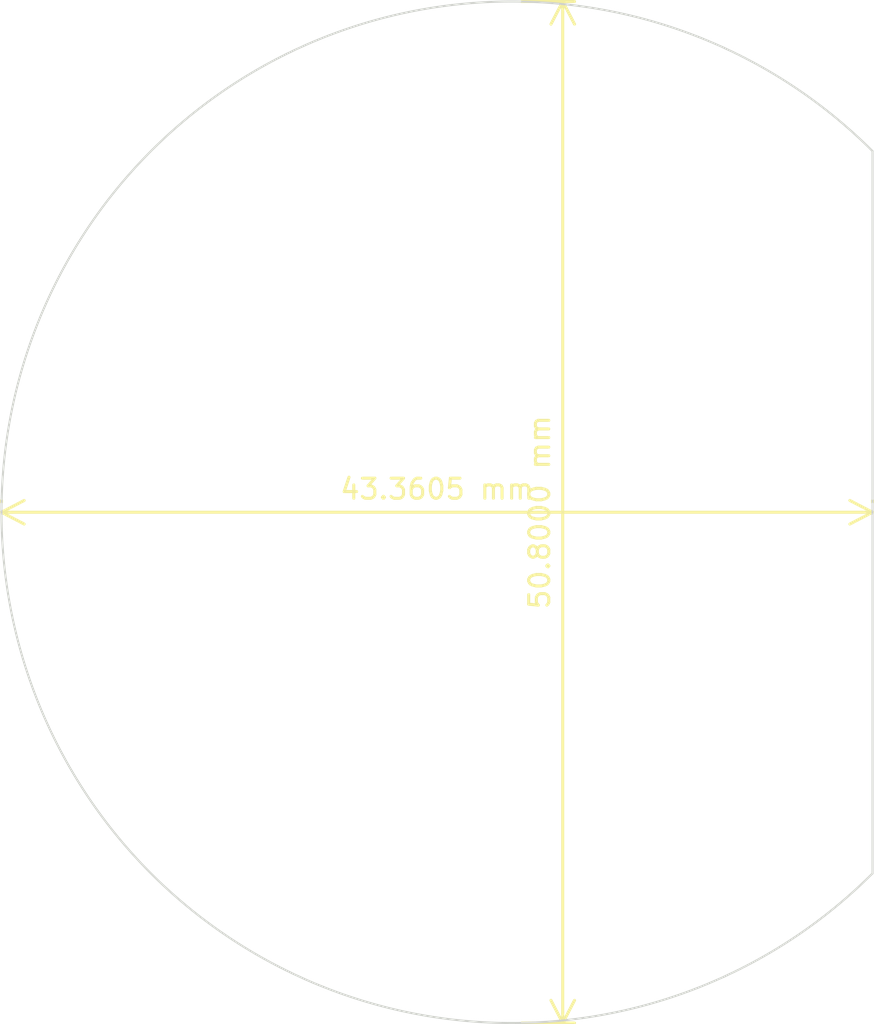
<source format=kicad_pcb>
(kicad_pcb (version 20211014) (generator pcbnew)

  (general
    (thickness 1.6)
  )

  (paper "A4")
  (layers
    (0 "F.Cu" signal)
    (31 "B.Cu" signal)
    (32 "B.Adhes" user "B.Adhesive")
    (33 "F.Adhes" user "F.Adhesive")
    (34 "B.Paste" user)
    (35 "F.Paste" user)
    (36 "B.SilkS" user "B.Silkscreen")
    (37 "F.SilkS" user "F.Silkscreen")
    (38 "B.Mask" user)
    (39 "F.Mask" user)
    (40 "Dwgs.User" user "User.Drawings")
    (41 "Cmts.User" user "User.Comments")
    (42 "Eco1.User" user "User.Eco1")
    (43 "Eco2.User" user "User.Eco2")
    (44 "Edge.Cuts" user)
    (45 "Margin" user)
    (46 "B.CrtYd" user "B.Courtyard")
    (47 "F.CrtYd" user "F.Courtyard")
    (48 "B.Fab" user)
    (49 "F.Fab" user)
    (50 "User.1" user)
    (51 "User.2" user)
    (52 "User.3" user)
    (53 "User.4" user)
    (54 "User.5" user)
    (55 "User.6" user)
    (56 "User.7" user)
    (57 "User.8" user)
    (58 "User.9" user)
  )

  (setup
    (pad_to_mask_clearance 0)
    (pcbplotparams
      (layerselection 0x00010fc_ffffffff)
      (disableapertmacros false)
      (usegerberextensions false)
      (usegerberattributes true)
      (usegerberadvancedattributes true)
      (creategerberjobfile true)
      (dashed_line_dash_ratio 12.000000)
      (dashed_line_gap_ratio 3.000000)
      (svgprecision 4)
      (plotframeref false)
      (viasonmask false)
      (mode 1)
      (useauxorigin false)
      (hpglpennumber 1)
      (hpglpenspeed 20)
      (hpglpendiameter 15.000000)
      (dxfpolygonmode true)
      (dxfimperialunits true)
      (dxfusepcbnewfont true)
      (psnegative false)
      (psa4output false)
      (plotreference true)
      (plotvalue true)
      (plotinvisibletext false)
      (sketchpadsonfab false)
      (subtractmaskfromsilk false)
      (outputformat 1)
      (mirror false)
      (drillshape 1)
      (scaleselection 1)
      (outputdirectory "")
    )
  )

  (net 0 "")

  (gr_line (start 144.960512 99.240512) (end 144.960512 63.319488)
    (layer "Edge.Cuts") (tstamp 498bcf58-c0f4-4f51-ac0e-999b8e54226c))
  (gr_arc (start 144.960512 99.240512) (mid 101.6 81.28) (end 144.960512 63.319488)
    (layer "Edge.Cuts") (tstamp df935f53-1036-46e2-9596-c6c2167c87ce))
  (dimension (type aligned) (layer "F.SilkS") (tstamp 1775f529-4272-4e04-a557-792fa222d368)
    (pts (xy 101.6 81.28) (xy 144.960512 81.28))
    (height 0)
    (gr_text "43.3605 mm" (at 123.280256 80.13) (layer "F.SilkS") (tstamp 1775f529-4272-4e04-a557-792fa222d368)
      (effects (font (size 1 1) (thickness 0.15)))
    )
    (format (prefix "") (suffix "") (units 3) (units_format 1) (precision 4))
    (style (thickness 0.15) (arrow_length 1.27) (text_position_mode 0) (extension_height 0.58642) (extension_offset 0.5) keep_text_aligned)
  )
  (dimension (type aligned) (layer "F.SilkS") (tstamp ae907298-8357-4677-baaa-724f43a0b6a5)
    (pts (xy 127 106.68) (xy 127 55.88))
    (height 2.539999)
    (gr_text "50.8000 mm" (at 128.389999 81.28 90) (layer "F.SilkS") (tstamp ae907298-8357-4677-baaa-724f43a0b6a5)
      (effects (font (size 1 1) (thickness 0.15)))
    )
    (format (prefix "") (suffix "") (units 3) (units_format 1) (precision 4))
    (style (thickness 0.15) (arrow_length 1.27) (text_position_mode 0) (extension_height 0.58642) (extension_offset 0.5) keep_text_aligned)
  )

)

</source>
